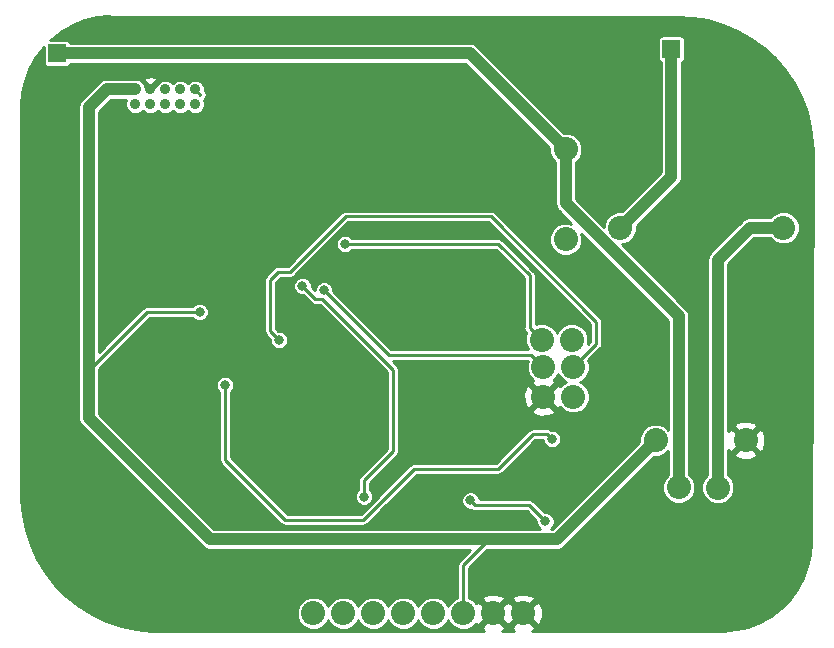
<source format=gbr>
G04 #@! TF.GenerationSoftware,KiCad,Pcbnew,(5.0.2)-1*
G04 #@! TF.CreationDate,2018-12-26T19:39:09+05:30*
G04 #@! TF.ProjectId,Air Pollution,41697220-506f-46c6-9c75-74696f6e2e6b,rev?*
G04 #@! TF.SameCoordinates,Original*
G04 #@! TF.FileFunction,Copper,L1,Top*
G04 #@! TF.FilePolarity,Positive*
%FSLAX46Y46*%
G04 Gerber Fmt 4.6, Leading zero omitted, Abs format (unit mm)*
G04 Created by KiCad (PCBNEW (5.0.2)-1) date 12/26/2018 7:39:09 PM*
%MOMM*%
%LPD*%
G01*
G04 APERTURE LIST*
G04 #@! TA.AperFunction,ComponentPad*
%ADD10C,2.040000*%
G04 #@! TD*
G04 #@! TA.AperFunction,SMDPad,CuDef*
%ADD11R,1.524000X1.524000*%
G04 #@! TD*
G04 #@! TA.AperFunction,ComponentPad*
%ADD12C,0.900000*%
G04 #@! TD*
G04 #@! TA.AperFunction,ViaPad*
%ADD13C,0.800000*%
G04 #@! TD*
G04 #@! TA.AperFunction,Conductor*
%ADD14C,0.250000*%
G04 #@! TD*
G04 #@! TA.AperFunction,Conductor*
%ADD15C,1.016000*%
G04 #@! TD*
G04 #@! TA.AperFunction,Conductor*
%ADD16C,0.254000*%
G04 #@! TD*
G04 APERTURE END LIST*
D10*
G04 #@! TO.P,U3,3*
G04 #@! TO.N,GNDREF*
X161671000Y-93345000D03*
G04 #@! TO.P,U3,4*
G04 #@! TO.N,Net-(U3-Pad4)*
X154051000Y-93345000D03*
G04 #@! TO.P,U3,2*
G04 #@! TO.N,Net-(U1-Pad1)*
X151061000Y-75345000D03*
G04 #@! TO.P,U3,1*
G04 #@! TO.N,Net-(R1-Pad2)*
X164861000Y-75345000D03*
G04 #@! TD*
D11*
G04 #@! TO.P,U2,1*
G04 #@! TO.N,Net-(SW1-Pad1)*
X103378000Y-60579000D03*
G04 #@! TO.P,U2,2*
G04 #@! TO.N,Net-(U1-Pad1)*
X155378000Y-60198000D03*
G04 #@! TD*
D10*
G04 #@! TO.P,U1,1*
G04 #@! TO.N,Net-(U1-Pad1)*
X146431000Y-76327000D03*
G04 #@! TO.P,U1,2*
G04 #@! TO.N,Net-(SW1-Pad1)*
X146431000Y-68707000D03*
G04 #@! TD*
D12*
G04 #@! TO.P,U7,9*
G04 #@! TO.N,Net-(U4-Pad14)*
X115062000Y-63627000D03*
G04 #@! TO.P,U7,7*
G04 #@! TO.N,Net-(U7-Pad7)*
X113792000Y-63627000D03*
G04 #@! TO.P,U7,4*
G04 #@! TO.N,Net-(U7-Pad4)*
X111252000Y-64897000D03*
G04 #@! TO.P,U7,1*
G04 #@! TO.N,Net-(U3-Pad4)*
X109982000Y-63627000D03*
G04 #@! TO.P,U7,6*
G04 #@! TO.N,Net-(U7-Pad6)*
X112522000Y-64897000D03*
G04 #@! TO.P,U7,10*
G04 #@! TO.N,Net-(U7-Pad10)*
X115062000Y-64897000D03*
G04 #@! TO.P,U7,3*
G04 #@! TO.N,GNDREF*
X111252000Y-63627000D03*
G04 #@! TO.P,U7,5*
G04 #@! TO.N,Net-(U7-Pad5)*
X112522000Y-63627000D03*
G04 #@! TO.P,U7,2*
G04 #@! TO.N,Net-(U7-Pad2)*
X109982000Y-64897000D03*
G04 #@! TO.P,U7,8*
G04 #@! TO.N,Net-(U7-Pad8)*
X113792000Y-64897000D03*
G04 #@! TD*
D10*
G04 #@! TO.P,U6,1*
G04 #@! TO.N,Net-(U4-Pad16)*
X144399000Y-84821900D03*
G04 #@! TO.P,U6,4*
G04 #@! TO.N,Net-(U4-Pad29)*
X147066000Y-87122000D03*
G04 #@! TO.P,U6,3*
G04 #@! TO.N,Net-(U4-Pad17)*
X144526000Y-87122000D03*
G04 #@! TO.P,U6,2*
G04 #@! TO.N,Net-(U4-Pad15)*
X146939000Y-84821900D03*
G04 #@! TO.P,U6,5*
G04 #@! TO.N,GNDREF*
X144526000Y-89662000D03*
G04 #@! TO.P,U6,6*
G04 #@! TO.N,Net-(R2-Pad2)*
X147066000Y-89662000D03*
G04 #@! TD*
G04 #@! TO.P,SW1,2*
G04 #@! TO.N,Net-(R1-Pad2)*
X159321500Y-97358200D03*
G04 #@! TO.P,SW1,1*
G04 #@! TO.N,Net-(SW1-Pad1)*
X156006800Y-97332800D03*
G04 #@! TD*
G04 #@! TO.P,U5,1*
G04 #@! TO.N,Net-(U4-Pad11)*
X125064000Y-107982000D03*
G04 #@! TO.P,U5,2*
G04 #@! TO.N,Net-(U4-Pad10)*
X127604000Y-107982000D03*
G04 #@! TO.P,U5,3*
G04 #@! TO.N,Net-(U4-Pad9)*
X130144000Y-107982000D03*
G04 #@! TO.P,U5,4*
G04 #@! TO.N,Net-(U4-Pad13)*
X132684000Y-107982000D03*
G04 #@! TO.P,U5,5*
G04 #@! TO.N,Net-(U4-Pad12)*
X135224000Y-107982000D03*
G04 #@! TO.P,U5,6*
G04 #@! TO.N,Net-(U3-Pad4)*
X137764000Y-107982000D03*
G04 #@! TO.P,U5,7*
G04 #@! TO.N,GNDREF*
X140304000Y-107982000D03*
G04 #@! TO.P,U5,8*
X142844000Y-107982000D03*
G04 #@! TD*
D13*
G04 #@! TO.N,GNDREF*
X112458500Y-73533000D03*
X147955000Y-91630500D03*
X122936000Y-83312000D03*
X125476000Y-82804000D03*
G04 #@! TO.N,Net-(R1-Pad2)*
X144716500Y-100203000D03*
X138366500Y-98425000D03*
G04 #@! TO.N,Net-(U4-Pad13)*
X129349500Y-98107500D03*
X124142500Y-80264000D03*
G04 #@! TO.N,Net-(U4-Pad16)*
X127762000Y-76708000D03*
G04 #@! TO.N,Net-(U4-Pad17)*
X125984000Y-80645000D03*
G04 #@! TO.N,Net-(U4-Pad29)*
X122174000Y-84836000D03*
G04 #@! TO.N,Net-(U3-Pad4)*
X115443000Y-82486500D03*
G04 #@! TO.N,Net-(R2-Pad1)*
X117602000Y-88646000D03*
X145288000Y-93218000D03*
G04 #@! TD*
D14*
G04 #@! TO.N,GNDREF*
X112458500Y-73533000D02*
X112458500Y-73533000D01*
X150177500Y-82613500D02*
X150177500Y-89408000D01*
X150177500Y-89408000D02*
X147955000Y-91630500D01*
X147955000Y-91630500D02*
X147955000Y-91630500D01*
X124968000Y-83312000D02*
X125476000Y-82804000D01*
X122936000Y-83312000D02*
X124968000Y-83312000D01*
X113619280Y-72372220D02*
X112458500Y-73533000D01*
X112649000Y-62230000D02*
X116141500Y-62230000D01*
X111252000Y-63627000D02*
X112649000Y-62230000D01*
X116141500Y-62230000D02*
X117665500Y-63754000D01*
X117665500Y-63754000D02*
X117665500Y-65021460D01*
X117665500Y-65021460D02*
X113619280Y-69067680D01*
X113619280Y-69067680D02*
X113619280Y-72372220D01*
X113024185Y-73533000D02*
X113496625Y-74005440D01*
X112458500Y-73533000D02*
X113024185Y-73533000D01*
X113496625Y-74005440D02*
X117541040Y-74005440D01*
X141467840Y-73903840D02*
X141518640Y-73954640D01*
X117642640Y-73903840D02*
X141467840Y-73903840D01*
X117541040Y-74005440D02*
X117642640Y-73903840D01*
X141518640Y-73954640D02*
X150177500Y-82613500D01*
D15*
G04 #@! TO.N,Net-(R1-Pad2)*
X159321500Y-97358200D02*
X159321500Y-78041500D01*
X162018000Y-75345000D02*
X164861000Y-75345000D01*
X159321500Y-78041500D02*
X162018000Y-75345000D01*
D14*
X143388080Y-98874580D02*
X144843500Y-100330000D01*
X143338499Y-98824999D02*
X143388080Y-98874580D01*
X138766499Y-98824999D02*
X143338499Y-98824999D01*
X138366500Y-98425000D02*
X138766499Y-98824999D01*
D15*
G04 #@! TO.N,Net-(SW1-Pad1)*
X138303000Y-60579000D02*
X146431000Y-68707000D01*
X103378000Y-60579000D02*
X138303000Y-60579000D01*
X156006800Y-95890303D02*
X156006800Y-97332800D01*
X156006800Y-82848242D02*
X156006800Y-95890303D01*
X146431000Y-73272442D02*
X156006800Y-82848242D01*
X146431000Y-68707000D02*
X146431000Y-73272442D01*
G04 #@! TO.N,Net-(U1-Pad1)*
X155378000Y-71028000D02*
X155378000Y-60198000D01*
X151061000Y-75345000D02*
X155378000Y-71028000D01*
D14*
G04 #@! TO.N,Net-(U4-Pad13)*
X124142500Y-80264000D02*
X124142500Y-80264000D01*
X125820001Y-81370001D02*
X131826000Y-87376000D01*
X124142500Y-80264000D02*
X125248501Y-81370001D01*
X125248501Y-81370001D02*
X125820001Y-81370001D01*
X131826000Y-92598240D02*
X131826000Y-94254320D01*
X131826000Y-92598240D02*
X131826000Y-92740480D01*
X131826000Y-87376000D02*
X131826000Y-92598240D01*
X129349500Y-96730820D02*
X129349500Y-98107500D01*
X131826000Y-94254320D02*
X129349500Y-96730820D01*
G04 #@! TO.N,Net-(U4-Pad14)*
X115062000Y-63627000D02*
X115511999Y-64076999D01*
G04 #@! TO.N,Net-(U4-Pad15)*
X146939000Y-84821900D02*
X146389602Y-84821900D01*
G04 #@! TO.N,Net-(U4-Pad16)*
X127762000Y-76708000D02*
X127762000Y-76708000D01*
X143379001Y-83801901D02*
X144399000Y-84821900D01*
X143379001Y-79371001D02*
X143379001Y-83801901D01*
X140716000Y-76708000D02*
X143379001Y-79371001D01*
X127762000Y-76708000D02*
X140716000Y-76708000D01*
G04 #@! TO.N,Net-(U4-Pad17)*
X144526000Y-86685502D02*
X144399000Y-86558502D01*
X144526000Y-87122000D02*
X144526000Y-86685502D01*
X143506001Y-86102001D02*
X138997501Y-86102001D01*
X144526000Y-87122000D02*
X143506001Y-86102001D01*
X138997501Y-86102001D02*
X131441001Y-86102001D01*
X131441001Y-86102001D02*
X125984000Y-80645000D01*
X125984000Y-80645000D02*
X125984000Y-80645000D01*
G04 #@! TO.N,Net-(U4-Pad29)*
X149034500Y-85153500D02*
X149034500Y-83312000D01*
X147066000Y-87122000D02*
X149034500Y-85153500D01*
X149034500Y-83312000D02*
X140081000Y-74358500D01*
X140081000Y-74358500D02*
X127825500Y-74358500D01*
X127825500Y-74358500D02*
X123126500Y-79057500D01*
X123126500Y-79057500D02*
X122110500Y-79057500D01*
X122110500Y-79057500D02*
X121412000Y-79756000D01*
X121412000Y-79756000D02*
X121412000Y-82232500D01*
X121412000Y-82232500D02*
X121412000Y-84074000D01*
X121412000Y-84074000D02*
X122174000Y-84836000D01*
X122174000Y-84836000D02*
X122174000Y-84836000D01*
D15*
G04 #@! TO.N,Net-(U3-Pad4)*
X109982000Y-63627000D02*
X109345604Y-63627000D01*
X116332000Y-101727000D02*
X106045000Y-91440000D01*
X107569000Y-63627000D02*
X109982000Y-63627000D01*
X106045000Y-65151000D02*
X107569000Y-63627000D01*
D14*
X106045000Y-87058500D02*
X106426000Y-87058500D01*
D15*
X106045000Y-87058500D02*
X106045000Y-65151000D01*
X106045000Y-91440000D02*
X106045000Y-87058500D01*
D14*
X106426000Y-87058500D02*
X110998000Y-82486500D01*
X110998000Y-82486500D02*
X115443000Y-82486500D01*
X115443000Y-82486500D02*
X115570000Y-82486500D01*
D15*
X153031001Y-94364999D02*
X154051000Y-93345000D01*
X144272000Y-101727000D02*
X145669000Y-101727000D01*
X144272000Y-101727000D02*
X140335000Y-101727000D01*
X145542000Y-101727000D02*
X144272000Y-101727000D01*
X145669000Y-101727000D02*
X153031001Y-94364999D01*
D14*
X137764000Y-103937320D02*
X139974320Y-101727000D01*
X137764000Y-107982000D02*
X137764000Y-103937320D01*
D15*
X140335000Y-101727000D02*
X139974320Y-101727000D01*
X139974320Y-101727000D02*
X116332000Y-101727000D01*
D14*
G04 #@! TO.N,Net-(R2-Pad1)*
X133604000Y-95758000D02*
X130529499Y-98832501D01*
X130529499Y-98832501D02*
X129286000Y-100076000D01*
X129286000Y-100076000D02*
X122682000Y-100076000D01*
X122682000Y-100076000D02*
X117602000Y-94996000D01*
X117602000Y-94996000D02*
X117602000Y-88646000D01*
X117602000Y-88646000D02*
X117602000Y-88646000D01*
X143655999Y-92818001D02*
X140716000Y-95758000D01*
X144888001Y-92818001D02*
X143655999Y-92818001D01*
X145288000Y-93218000D02*
X144888001Y-92818001D01*
X140716000Y-95758000D02*
X133604000Y-95758000D01*
G04 #@! TD*
D16*
G04 #@! TO.N,GNDREF*
G36*
X107851828Y-57463000D02*
X155804897Y-57463000D01*
X155811641Y-57463996D01*
X155826712Y-57465102D01*
X157176975Y-57542958D01*
X158482037Y-57770727D01*
X159752258Y-58146984D01*
X160970813Y-58666742D01*
X162121560Y-59323115D01*
X163189234Y-60107400D01*
X164159696Y-61009208D01*
X165020069Y-62016574D01*
X165758959Y-63116159D01*
X166366569Y-64293382D01*
X166834846Y-65532643D01*
X167157580Y-66817500D01*
X167331158Y-68135955D01*
X167356095Y-68816031D01*
X167344436Y-68873198D01*
X167184177Y-101949842D01*
X167188344Y-101971332D01*
X167118784Y-102962934D01*
X166895170Y-104004881D01*
X166526974Y-105004929D01*
X166021549Y-105943110D01*
X165388970Y-106800725D01*
X164641864Y-107560650D01*
X163795134Y-108207728D01*
X162865684Y-108729042D01*
X161872049Y-109114195D01*
X160834065Y-109355501D01*
X159758162Y-109449392D01*
X159595792Y-109450206D01*
X159595676Y-109450215D01*
X143620364Y-109463461D01*
X143730284Y-109417931D01*
X143831395Y-109149001D01*
X142844000Y-108161605D01*
X141856605Y-109149001D01*
X141957716Y-109417931D01*
X142083344Y-109464736D01*
X141075269Y-109465572D01*
X141190284Y-109417931D01*
X141291395Y-109149001D01*
X140304000Y-108161605D01*
X139316605Y-109149001D01*
X139417716Y-109417931D01*
X139548984Y-109466837D01*
X111420630Y-109490161D01*
X111417265Y-109489519D01*
X111402254Y-109487782D01*
X110056427Y-109353450D01*
X108762061Y-109071234D01*
X107508708Y-108642114D01*
X106312973Y-108071779D01*
X105190735Y-107367799D01*
X104156835Y-106539490D01*
X103224992Y-105597839D01*
X102407556Y-104555323D01*
X101715360Y-103425762D01*
X101157583Y-102224136D01*
X100741609Y-100966347D01*
X100472963Y-99669102D01*
X100354300Y-98339508D01*
X100350145Y-98075035D01*
X100357000Y-98040573D01*
X100357000Y-64960132D01*
X100429419Y-63927766D01*
X100653030Y-62885825D01*
X101021229Y-61885771D01*
X101526654Y-60947590D01*
X102159233Y-60089975D01*
X102227536Y-60020500D01*
X102227536Y-61341000D01*
X102257106Y-61489659D01*
X102341314Y-61615686D01*
X102467341Y-61699894D01*
X102616000Y-61729464D01*
X104140000Y-61729464D01*
X104288659Y-61699894D01*
X104414686Y-61615686D01*
X104498894Y-61489659D01*
X104503202Y-61468000D01*
X137934765Y-61468000D01*
X145030000Y-68563236D01*
X145030000Y-68985676D01*
X145243290Y-69500603D01*
X145542000Y-69799313D01*
X145542001Y-73184883D01*
X145524584Y-73272442D01*
X145593582Y-73619312D01*
X145790068Y-73913375D01*
X145864294Y-73962971D01*
X146910512Y-75009189D01*
X146709676Y-74926000D01*
X146152324Y-74926000D01*
X145637397Y-75139290D01*
X145243290Y-75533397D01*
X145030000Y-76048324D01*
X145030000Y-76605676D01*
X145243290Y-77120603D01*
X145637397Y-77514710D01*
X146152324Y-77728000D01*
X146709676Y-77728000D01*
X147224603Y-77514710D01*
X147618710Y-77120603D01*
X147832000Y-76605676D01*
X147832000Y-76048324D01*
X147748811Y-75847488D01*
X155117800Y-83216478D01*
X155117801Y-92430488D01*
X154844603Y-92157290D01*
X154329676Y-91944000D01*
X153772324Y-91944000D01*
X153257397Y-92157290D01*
X152863290Y-92551397D01*
X152650000Y-93066324D01*
X152650000Y-93488765D01*
X152464297Y-93674468D01*
X152464294Y-93674470D01*
X145300765Y-100838000D01*
X145186001Y-100838000D01*
X145378600Y-100645401D01*
X145497500Y-100358351D01*
X145497500Y-100047649D01*
X145378600Y-99760599D01*
X145158901Y-99540900D01*
X144871851Y-99422000D01*
X144651092Y-99422000D01*
X143731538Y-98502447D01*
X143703305Y-98460193D01*
X143535930Y-98348358D01*
X143388334Y-98318999D01*
X143388333Y-98318999D01*
X143338499Y-98309086D01*
X143288665Y-98318999D01*
X139147500Y-98318999D01*
X139147500Y-98269649D01*
X139028600Y-97982599D01*
X138808901Y-97762900D01*
X138521851Y-97644000D01*
X138211149Y-97644000D01*
X137924099Y-97762900D01*
X137704400Y-97982599D01*
X137585500Y-98269649D01*
X137585500Y-98580351D01*
X137704400Y-98867401D01*
X137924099Y-99087100D01*
X138211149Y-99206000D01*
X138425931Y-99206000D01*
X138569068Y-99301640D01*
X138716664Y-99330999D01*
X138766498Y-99340912D01*
X138816332Y-99330999D01*
X143128908Y-99330999D01*
X143935500Y-100137592D01*
X143935500Y-100358351D01*
X144054400Y-100645401D01*
X144246999Y-100838000D01*
X116700236Y-100838000D01*
X106934000Y-91071765D01*
X106934000Y-88490649D01*
X116821000Y-88490649D01*
X116821000Y-88801351D01*
X116939900Y-89088401D01*
X117096001Y-89244502D01*
X117096000Y-94946166D01*
X117086087Y-94996000D01*
X117096000Y-95045834D01*
X117125359Y-95193430D01*
X117237194Y-95360806D01*
X117279448Y-95389039D01*
X122288963Y-100398555D01*
X122317194Y-100440806D01*
X122484569Y-100552641D01*
X122632165Y-100582000D01*
X122632166Y-100582000D01*
X122682000Y-100591913D01*
X122731834Y-100582000D01*
X129236166Y-100582000D01*
X129286000Y-100591913D01*
X129335834Y-100582000D01*
X129335835Y-100582000D01*
X129483431Y-100552641D01*
X129650806Y-100440806D01*
X129679038Y-100398553D01*
X130922533Y-99155059D01*
X130922535Y-99155056D01*
X133813592Y-96264000D01*
X140666166Y-96264000D01*
X140716000Y-96273913D01*
X140765834Y-96264000D01*
X140765835Y-96264000D01*
X140913431Y-96234641D01*
X141080806Y-96122806D01*
X141109039Y-96080552D01*
X143865591Y-93324001D01*
X144507000Y-93324001D01*
X144507000Y-93373351D01*
X144625900Y-93660401D01*
X144845599Y-93880100D01*
X145132649Y-93999000D01*
X145443351Y-93999000D01*
X145730401Y-93880100D01*
X145950100Y-93660401D01*
X146069000Y-93373351D01*
X146069000Y-93062649D01*
X145950100Y-92775599D01*
X145730401Y-92555900D01*
X145443351Y-92437000D01*
X145228569Y-92437000D01*
X145085432Y-92341360D01*
X144937836Y-92312001D01*
X144937835Y-92312001D01*
X144888001Y-92302088D01*
X144838167Y-92312001D01*
X143705832Y-92312001D01*
X143655998Y-92302088D01*
X143606164Y-92312001D01*
X143458568Y-92341360D01*
X143291193Y-92453195D01*
X143262962Y-92495446D01*
X140506409Y-95252000D01*
X133653833Y-95252000D01*
X133603999Y-95242087D01*
X133554165Y-95252000D01*
X133406569Y-95281359D01*
X133239194Y-95393194D01*
X133210963Y-95435445D01*
X130206944Y-98439465D01*
X130206941Y-98439467D01*
X129076409Y-99570000D01*
X122891592Y-99570000D01*
X118108000Y-94786409D01*
X118108000Y-89244501D01*
X118264100Y-89088401D01*
X118383000Y-88801351D01*
X118383000Y-88490649D01*
X118264100Y-88203599D01*
X118044401Y-87983900D01*
X117757351Y-87865000D01*
X117446649Y-87865000D01*
X117159599Y-87983900D01*
X116939900Y-88203599D01*
X116821000Y-88490649D01*
X106934000Y-88490649D01*
X106934000Y-87266091D01*
X111207592Y-82992500D01*
X114844499Y-82992500D01*
X115000599Y-83148600D01*
X115287649Y-83267500D01*
X115598351Y-83267500D01*
X115885401Y-83148600D01*
X116105100Y-82928901D01*
X116224000Y-82641851D01*
X116224000Y-82331149D01*
X116105100Y-82044099D01*
X115885401Y-81824400D01*
X115598351Y-81705500D01*
X115287649Y-81705500D01*
X115000599Y-81824400D01*
X114844499Y-81980500D01*
X111047833Y-81980500D01*
X110997999Y-81970587D01*
X110948165Y-81980500D01*
X110800569Y-82009859D01*
X110633194Y-82121694D01*
X110604963Y-82163945D01*
X106934000Y-85834909D01*
X106934000Y-79756000D01*
X120896087Y-79756000D01*
X120906000Y-79805834D01*
X120906001Y-82182661D01*
X120906000Y-82182666D01*
X120906001Y-84024161D01*
X120896087Y-84074000D01*
X120935360Y-84271431D01*
X121047195Y-84438806D01*
X121089445Y-84467036D01*
X121393000Y-84770591D01*
X121393000Y-84991351D01*
X121511900Y-85278401D01*
X121731599Y-85498100D01*
X122018649Y-85617000D01*
X122329351Y-85617000D01*
X122616401Y-85498100D01*
X122836100Y-85278401D01*
X122955000Y-84991351D01*
X122955000Y-84680649D01*
X122836100Y-84393599D01*
X122616401Y-84173900D01*
X122329351Y-84055000D01*
X122108591Y-84055000D01*
X121918000Y-83864409D01*
X121918000Y-79965591D01*
X122320092Y-79563500D01*
X123076666Y-79563500D01*
X123126500Y-79573413D01*
X123176334Y-79563500D01*
X123176335Y-79563500D01*
X123323931Y-79534141D01*
X123491306Y-79422306D01*
X123519539Y-79380052D01*
X128035093Y-74864500D01*
X139871409Y-74864500D01*
X148528501Y-83521593D01*
X148528500Y-84943908D01*
X148317491Y-85154917D01*
X148340000Y-85100576D01*
X148340000Y-84543224D01*
X148126710Y-84028297D01*
X147732603Y-83634190D01*
X147217676Y-83420900D01*
X146660324Y-83420900D01*
X146145397Y-83634190D01*
X145751290Y-84028297D01*
X145669000Y-84226962D01*
X145586710Y-84028297D01*
X145192603Y-83634190D01*
X144677676Y-83420900D01*
X144120324Y-83420900D01*
X143885001Y-83518374D01*
X143885001Y-79420834D01*
X143894914Y-79371000D01*
X143868873Y-79240087D01*
X143855642Y-79173570D01*
X143743807Y-79006195D01*
X143701557Y-78977965D01*
X141109039Y-76385448D01*
X141080806Y-76343194D01*
X140913431Y-76231359D01*
X140765835Y-76202000D01*
X140765834Y-76202000D01*
X140716000Y-76192087D01*
X140666166Y-76202000D01*
X128360501Y-76202000D01*
X128204401Y-76045900D01*
X127917351Y-75927000D01*
X127606649Y-75927000D01*
X127319599Y-76045900D01*
X127099900Y-76265599D01*
X126981000Y-76552649D01*
X126981000Y-76863351D01*
X127099900Y-77150401D01*
X127319599Y-77370100D01*
X127606649Y-77489000D01*
X127917351Y-77489000D01*
X128204401Y-77370100D01*
X128360501Y-77214000D01*
X140506409Y-77214000D01*
X142873001Y-79580593D01*
X142873002Y-83752062D01*
X142863088Y-83801901D01*
X142902361Y-83999332D01*
X143014196Y-84166707D01*
X143056446Y-84194937D01*
X143117129Y-84255621D01*
X142998000Y-84543224D01*
X142998000Y-85100576D01*
X143203212Y-85596001D01*
X131650593Y-85596001D01*
X126765000Y-80710409D01*
X126765000Y-80489649D01*
X126646100Y-80202599D01*
X126426401Y-79982900D01*
X126139351Y-79864000D01*
X125828649Y-79864000D01*
X125541599Y-79982900D01*
X125321900Y-80202599D01*
X125203000Y-80489649D01*
X125203000Y-80608908D01*
X124923500Y-80329409D01*
X124923500Y-80108649D01*
X124804600Y-79821599D01*
X124584901Y-79601900D01*
X124297851Y-79483000D01*
X123987149Y-79483000D01*
X123700099Y-79601900D01*
X123480400Y-79821599D01*
X123361500Y-80108649D01*
X123361500Y-80419351D01*
X123480400Y-80706401D01*
X123700099Y-80926100D01*
X123987149Y-81045000D01*
X124207909Y-81045000D01*
X124855464Y-81692556D01*
X124883695Y-81734807D01*
X124996282Y-81810034D01*
X125051069Y-81846642D01*
X125248501Y-81885914D01*
X125298336Y-81876001D01*
X125610410Y-81876001D01*
X131320000Y-87585592D01*
X131320001Y-92548401D01*
X131320000Y-92548406D01*
X131320001Y-94044727D01*
X129026948Y-96337781D01*
X128984694Y-96366014D01*
X128872859Y-96533390D01*
X128844014Y-96678400D01*
X128833587Y-96730820D01*
X128843500Y-96780654D01*
X128843501Y-97508998D01*
X128687400Y-97665099D01*
X128568500Y-97952149D01*
X128568500Y-98262851D01*
X128687400Y-98549901D01*
X128907099Y-98769600D01*
X129194149Y-98888500D01*
X129504851Y-98888500D01*
X129791901Y-98769600D01*
X130011600Y-98549901D01*
X130130500Y-98262851D01*
X130130500Y-97952149D01*
X130011600Y-97665099D01*
X129855500Y-97508999D01*
X129855500Y-96940411D01*
X132148555Y-94647357D01*
X132190806Y-94619126D01*
X132302641Y-94451751D01*
X132332000Y-94304155D01*
X132332000Y-94304154D01*
X132341913Y-94254320D01*
X132332000Y-94204486D01*
X132332000Y-90829001D01*
X143538605Y-90829001D01*
X143639716Y-91097931D01*
X144256687Y-91327794D01*
X144914659Y-91304054D01*
X145412284Y-91097931D01*
X145513395Y-90829001D01*
X144526000Y-89841605D01*
X143538605Y-90829001D01*
X132332000Y-90829001D01*
X132332000Y-89392687D01*
X142860206Y-89392687D01*
X142883946Y-90050659D01*
X143090069Y-90548284D01*
X143358999Y-90649395D01*
X144346395Y-89662000D01*
X143358999Y-88674605D01*
X143090069Y-88775716D01*
X142860206Y-89392687D01*
X132332000Y-89392687D01*
X132332000Y-87425833D01*
X132341913Y-87375999D01*
X132331486Y-87323579D01*
X132302641Y-87178569D01*
X132190806Y-87011194D01*
X132148556Y-86982964D01*
X131773593Y-86608001D01*
X143222474Y-86608001D01*
X143125000Y-86843324D01*
X143125000Y-87400676D01*
X143338290Y-87915603D01*
X143646108Y-88223421D01*
X143639716Y-88226069D01*
X143538605Y-88494999D01*
X144526000Y-89482395D01*
X145513395Y-88494999D01*
X145412284Y-88226069D01*
X145405698Y-88223615D01*
X145713710Y-87915603D01*
X145796000Y-87716938D01*
X145878290Y-87915603D01*
X146272397Y-88309710D01*
X146471062Y-88392000D01*
X146272397Y-88474290D01*
X145964579Y-88782108D01*
X145961931Y-88775716D01*
X145693001Y-88674605D01*
X144705605Y-89662000D01*
X145693001Y-90649395D01*
X145961931Y-90548284D01*
X145964385Y-90541698D01*
X146272397Y-90849710D01*
X146787324Y-91063000D01*
X147344676Y-91063000D01*
X147859603Y-90849710D01*
X148253710Y-90455603D01*
X148467000Y-89940676D01*
X148467000Y-89383324D01*
X148253710Y-88868397D01*
X147859603Y-88474290D01*
X147660938Y-88392000D01*
X147859603Y-88309710D01*
X148253710Y-87915603D01*
X148467000Y-87400676D01*
X148467000Y-86843324D01*
X148347871Y-86555721D01*
X149357056Y-85546536D01*
X149399306Y-85518306D01*
X149511141Y-85350931D01*
X149540500Y-85203335D01*
X149540500Y-85203334D01*
X149550413Y-85153501D01*
X149540500Y-85103667D01*
X149540500Y-83361833D01*
X149550413Y-83311999D01*
X149517910Y-83148600D01*
X149511141Y-83114569D01*
X149399306Y-82947194D01*
X149357055Y-82918963D01*
X140474039Y-74035948D01*
X140445806Y-73993694D01*
X140278431Y-73881859D01*
X140130835Y-73852500D01*
X140130834Y-73852500D01*
X140081000Y-73842587D01*
X140031166Y-73852500D01*
X127875335Y-73852500D01*
X127825500Y-73842587D01*
X127775665Y-73852500D01*
X127628069Y-73881859D01*
X127460694Y-73993694D01*
X127432465Y-74035942D01*
X122916909Y-78551500D01*
X122160333Y-78551500D01*
X122110499Y-78541587D01*
X122060665Y-78551500D01*
X121913069Y-78580859D01*
X121745694Y-78692694D01*
X121717463Y-78734945D01*
X121089447Y-79362962D01*
X121047194Y-79391194D01*
X120935359Y-79558570D01*
X120906514Y-79703580D01*
X120896087Y-79756000D01*
X106934000Y-79756000D01*
X106934000Y-65519235D01*
X107937236Y-64516000D01*
X109240347Y-64516000D01*
X109151000Y-64731704D01*
X109151000Y-65062296D01*
X109277512Y-65367724D01*
X109511276Y-65601488D01*
X109816704Y-65728000D01*
X110147296Y-65728000D01*
X110452724Y-65601488D01*
X110617000Y-65437212D01*
X110781276Y-65601488D01*
X111086704Y-65728000D01*
X111417296Y-65728000D01*
X111722724Y-65601488D01*
X111887000Y-65437212D01*
X112051276Y-65601488D01*
X112356704Y-65728000D01*
X112687296Y-65728000D01*
X112992724Y-65601488D01*
X113157000Y-65437212D01*
X113321276Y-65601488D01*
X113626704Y-65728000D01*
X113957296Y-65728000D01*
X114262724Y-65601488D01*
X114427000Y-65437212D01*
X114591276Y-65601488D01*
X114896704Y-65728000D01*
X115227296Y-65728000D01*
X115532724Y-65601488D01*
X115766488Y-65367724D01*
X115893000Y-65062296D01*
X115893000Y-64731704D01*
X115795439Y-64496170D01*
X115876804Y-64441804D01*
X115988640Y-64274430D01*
X116027912Y-64076999D01*
X115988640Y-63879567D01*
X115905033Y-63754441D01*
X115893000Y-63742408D01*
X115893000Y-63461704D01*
X115766488Y-63156276D01*
X115532724Y-62922512D01*
X115227296Y-62796000D01*
X114896704Y-62796000D01*
X114591276Y-62922512D01*
X114427000Y-63086788D01*
X114262724Y-62922512D01*
X113957296Y-62796000D01*
X113626704Y-62796000D01*
X113321276Y-62922512D01*
X113157000Y-63086788D01*
X112992724Y-62922512D01*
X112687296Y-62796000D01*
X112356704Y-62796000D01*
X112051276Y-62922512D01*
X111817512Y-63156276D01*
X111757538Y-63301067D01*
X111431605Y-63627000D01*
X111445748Y-63641143D01*
X111266143Y-63820748D01*
X111252000Y-63806605D01*
X111237858Y-63820748D01*
X111058253Y-63641143D01*
X111072395Y-63627000D01*
X110842733Y-63397338D01*
X110819419Y-63280130D01*
X110622933Y-62986067D01*
X110454098Y-62873255D01*
X110677860Y-62873255D01*
X111252000Y-63447395D01*
X111826140Y-62873255D01*
X111795197Y-62663288D01*
X111385052Y-62528774D01*
X110954651Y-62561454D01*
X110708803Y-62663288D01*
X110677860Y-62873255D01*
X110454098Y-62873255D01*
X110328870Y-62789581D01*
X110069556Y-62738000D01*
X107656550Y-62738000D01*
X107568999Y-62720585D01*
X107481448Y-62738000D01*
X107481444Y-62738000D01*
X107222130Y-62789581D01*
X106928067Y-62986067D01*
X106878471Y-63060293D01*
X105478294Y-64460471D01*
X105404068Y-64510067D01*
X105354472Y-64584293D01*
X105354471Y-64584294D01*
X105207582Y-64804130D01*
X105138584Y-65151000D01*
X105156001Y-65238560D01*
X105156000Y-87146055D01*
X105156001Y-87146060D01*
X105156000Y-91352445D01*
X105138584Y-91440000D01*
X105156000Y-91527555D01*
X105207581Y-91786869D01*
X105404067Y-92080933D01*
X105478296Y-92130531D01*
X115641471Y-102293707D01*
X115691067Y-102367933D01*
X115985130Y-102564419D01*
X116244444Y-102616000D01*
X116244445Y-102616000D01*
X116332000Y-102633416D01*
X116419555Y-102616000D01*
X138369728Y-102616000D01*
X137441445Y-103544284D01*
X137399195Y-103572514D01*
X137323779Y-103685384D01*
X137287360Y-103739889D01*
X137248087Y-103937320D01*
X137258001Y-103987159D01*
X137258000Y-106675161D01*
X136970397Y-106794290D01*
X136576290Y-107188397D01*
X136494000Y-107387062D01*
X136411710Y-107188397D01*
X136017603Y-106794290D01*
X135502676Y-106581000D01*
X134945324Y-106581000D01*
X134430397Y-106794290D01*
X134036290Y-107188397D01*
X133954000Y-107387062D01*
X133871710Y-107188397D01*
X133477603Y-106794290D01*
X132962676Y-106581000D01*
X132405324Y-106581000D01*
X131890397Y-106794290D01*
X131496290Y-107188397D01*
X131414000Y-107387062D01*
X131331710Y-107188397D01*
X130937603Y-106794290D01*
X130422676Y-106581000D01*
X129865324Y-106581000D01*
X129350397Y-106794290D01*
X128956290Y-107188397D01*
X128874000Y-107387062D01*
X128791710Y-107188397D01*
X128397603Y-106794290D01*
X127882676Y-106581000D01*
X127325324Y-106581000D01*
X126810397Y-106794290D01*
X126416290Y-107188397D01*
X126334000Y-107387062D01*
X126251710Y-107188397D01*
X125857603Y-106794290D01*
X125342676Y-106581000D01*
X124785324Y-106581000D01*
X124270397Y-106794290D01*
X123876290Y-107188397D01*
X123663000Y-107703324D01*
X123663000Y-108260676D01*
X123876290Y-108775603D01*
X124270397Y-109169710D01*
X124785324Y-109383000D01*
X125342676Y-109383000D01*
X125857603Y-109169710D01*
X126251710Y-108775603D01*
X126334000Y-108576938D01*
X126416290Y-108775603D01*
X126810397Y-109169710D01*
X127325324Y-109383000D01*
X127882676Y-109383000D01*
X128397603Y-109169710D01*
X128791710Y-108775603D01*
X128874000Y-108576938D01*
X128956290Y-108775603D01*
X129350397Y-109169710D01*
X129865324Y-109383000D01*
X130422676Y-109383000D01*
X130937603Y-109169710D01*
X131331710Y-108775603D01*
X131414000Y-108576938D01*
X131496290Y-108775603D01*
X131890397Y-109169710D01*
X132405324Y-109383000D01*
X132962676Y-109383000D01*
X133477603Y-109169710D01*
X133871710Y-108775603D01*
X133954000Y-108576938D01*
X134036290Y-108775603D01*
X134430397Y-109169710D01*
X134945324Y-109383000D01*
X135502676Y-109383000D01*
X136017603Y-109169710D01*
X136411710Y-108775603D01*
X136494000Y-108576938D01*
X136576290Y-108775603D01*
X136970397Y-109169710D01*
X137485324Y-109383000D01*
X138042676Y-109383000D01*
X138557603Y-109169710D01*
X138865421Y-108861892D01*
X138868069Y-108868284D01*
X139136999Y-108969395D01*
X140124395Y-107982000D01*
X140483605Y-107982000D01*
X141471001Y-108969395D01*
X141574000Y-108930670D01*
X141676999Y-108969395D01*
X142664395Y-107982000D01*
X143023605Y-107982000D01*
X144011001Y-108969395D01*
X144279931Y-108868284D01*
X144509794Y-108251313D01*
X144486054Y-107593341D01*
X144279931Y-107095716D01*
X144011001Y-106994605D01*
X143023605Y-107982000D01*
X142664395Y-107982000D01*
X141676999Y-106994605D01*
X141574000Y-107033330D01*
X141471001Y-106994605D01*
X140483605Y-107982000D01*
X140124395Y-107982000D01*
X139136999Y-106994605D01*
X138868069Y-107095716D01*
X138865615Y-107102302D01*
X138578312Y-106814999D01*
X139316605Y-106814999D01*
X140304000Y-107802395D01*
X141291395Y-106814999D01*
X141856605Y-106814999D01*
X142844000Y-107802395D01*
X143831395Y-106814999D01*
X143730284Y-106546069D01*
X143113313Y-106316206D01*
X142455341Y-106339946D01*
X141957716Y-106546069D01*
X141856605Y-106814999D01*
X141291395Y-106814999D01*
X141190284Y-106546069D01*
X140573313Y-106316206D01*
X139915341Y-106339946D01*
X139417716Y-106546069D01*
X139316605Y-106814999D01*
X138578312Y-106814999D01*
X138557603Y-106794290D01*
X138270000Y-106675161D01*
X138270000Y-104146911D01*
X139800913Y-102616000D01*
X145581445Y-102616000D01*
X145669000Y-102633416D01*
X145756555Y-102616000D01*
X145756556Y-102616000D01*
X146015870Y-102564419D01*
X146309933Y-102367933D01*
X146359531Y-102293704D01*
X153721530Y-94931706D01*
X153721532Y-94931703D01*
X153907235Y-94746000D01*
X154329676Y-94746000D01*
X154844603Y-94532710D01*
X155117801Y-94259512D01*
X155117801Y-95802743D01*
X155117800Y-95802748D01*
X155117800Y-96240487D01*
X154819090Y-96539197D01*
X154605800Y-97054124D01*
X154605800Y-97611476D01*
X154819090Y-98126403D01*
X155213197Y-98520510D01*
X155728124Y-98733800D01*
X156285476Y-98733800D01*
X156800403Y-98520510D01*
X157194510Y-98126403D01*
X157407800Y-97611476D01*
X157407800Y-97079524D01*
X157920500Y-97079524D01*
X157920500Y-97636876D01*
X158133790Y-98151803D01*
X158527897Y-98545910D01*
X159042824Y-98759200D01*
X159600176Y-98759200D01*
X160115103Y-98545910D01*
X160509210Y-98151803D01*
X160722500Y-97636876D01*
X160722500Y-97079524D01*
X160509210Y-96564597D01*
X160210500Y-96265887D01*
X160210500Y-94512001D01*
X160683605Y-94512001D01*
X160784716Y-94780931D01*
X161401687Y-95010794D01*
X162059659Y-94987054D01*
X162557284Y-94780931D01*
X162658395Y-94512001D01*
X161671000Y-93524605D01*
X160683605Y-94512001D01*
X160210500Y-94512001D01*
X160210500Y-94171969D01*
X160235069Y-94231284D01*
X160503999Y-94332395D01*
X161491395Y-93345000D01*
X161850605Y-93345000D01*
X162838001Y-94332395D01*
X163106931Y-94231284D01*
X163336794Y-93614313D01*
X163313054Y-92956341D01*
X163106931Y-92458716D01*
X162838001Y-92357605D01*
X161850605Y-93345000D01*
X161491395Y-93345000D01*
X160503999Y-92357605D01*
X160235069Y-92458716D01*
X160210500Y-92524661D01*
X160210500Y-92177999D01*
X160683605Y-92177999D01*
X161671000Y-93165395D01*
X162658395Y-92177999D01*
X162557284Y-91909069D01*
X161940313Y-91679206D01*
X161282341Y-91702946D01*
X160784716Y-91909069D01*
X160683605Y-92177999D01*
X160210500Y-92177999D01*
X160210500Y-78409735D01*
X162386236Y-76234000D01*
X163768687Y-76234000D01*
X164067397Y-76532710D01*
X164582324Y-76746000D01*
X165139676Y-76746000D01*
X165654603Y-76532710D01*
X166048710Y-76138603D01*
X166262000Y-75623676D01*
X166262000Y-75066324D01*
X166048710Y-74551397D01*
X165654603Y-74157290D01*
X165139676Y-73944000D01*
X164582324Y-73944000D01*
X164067397Y-74157290D01*
X163768687Y-74456000D01*
X162105555Y-74456000D01*
X162018000Y-74438584D01*
X161930445Y-74456000D01*
X161930444Y-74456000D01*
X161671130Y-74507581D01*
X161377067Y-74704067D01*
X161327471Y-74778293D01*
X158754794Y-77350971D01*
X158680568Y-77400567D01*
X158630972Y-77474793D01*
X158630971Y-77474794D01*
X158484082Y-77694630D01*
X158415084Y-78041500D01*
X158432501Y-78129060D01*
X158432500Y-96265887D01*
X158133790Y-96564597D01*
X157920500Y-97079524D01*
X157407800Y-97079524D01*
X157407800Y-97054124D01*
X157194510Y-96539197D01*
X156895800Y-96240487D01*
X156895800Y-82935792D01*
X156913215Y-82848241D01*
X156895800Y-82760690D01*
X156895800Y-82760686D01*
X156844219Y-82501372D01*
X156647733Y-82207309D01*
X156573507Y-82157713D01*
X151161793Y-76746000D01*
X151339676Y-76746000D01*
X151854603Y-76532710D01*
X152248710Y-76138603D01*
X152462000Y-75623676D01*
X152462000Y-75201235D01*
X155944707Y-71718529D01*
X156018933Y-71668933D01*
X156215419Y-71374870D01*
X156267000Y-71115556D01*
X156267000Y-71115555D01*
X156284416Y-71028000D01*
X156267000Y-70940445D01*
X156267000Y-61323202D01*
X156288659Y-61318894D01*
X156414686Y-61234686D01*
X156498894Y-61108659D01*
X156528464Y-60960000D01*
X156528464Y-59436000D01*
X156498894Y-59287341D01*
X156414686Y-59161314D01*
X156288659Y-59077106D01*
X156140000Y-59047536D01*
X154616000Y-59047536D01*
X154467341Y-59077106D01*
X154341314Y-59161314D01*
X154257106Y-59287341D01*
X154227536Y-59436000D01*
X154227536Y-60960000D01*
X154257106Y-61108659D01*
X154341314Y-61234686D01*
X154467341Y-61318894D01*
X154489001Y-61323202D01*
X154489000Y-70659764D01*
X151204765Y-73944000D01*
X150782324Y-73944000D01*
X150267397Y-74157290D01*
X149873290Y-74551397D01*
X149660000Y-75066324D01*
X149660000Y-75244207D01*
X147320000Y-72904207D01*
X147320000Y-69799313D01*
X147618710Y-69500603D01*
X147832000Y-68985676D01*
X147832000Y-68428324D01*
X147618710Y-67913397D01*
X147224603Y-67519290D01*
X146709676Y-67306000D01*
X146287236Y-67306000D01*
X138993531Y-60012296D01*
X138943933Y-59938067D01*
X138649870Y-59741581D01*
X138390556Y-59690000D01*
X138390555Y-59690000D01*
X138303000Y-59672584D01*
X138215445Y-59690000D01*
X104503202Y-59690000D01*
X104498894Y-59668341D01*
X104414686Y-59542314D01*
X104288659Y-59458106D01*
X104140000Y-59428536D01*
X102809514Y-59428536D01*
X102906336Y-59330053D01*
X103753061Y-58682977D01*
X104682517Y-58161659D01*
X105676156Y-57776504D01*
X106714138Y-57535199D01*
X107757188Y-57444175D01*
X107851828Y-57463000D01*
X107851828Y-57463000D01*
G37*
X107851828Y-57463000D02*
X155804897Y-57463000D01*
X155811641Y-57463996D01*
X155826712Y-57465102D01*
X157176975Y-57542958D01*
X158482037Y-57770727D01*
X159752258Y-58146984D01*
X160970813Y-58666742D01*
X162121560Y-59323115D01*
X163189234Y-60107400D01*
X164159696Y-61009208D01*
X165020069Y-62016574D01*
X165758959Y-63116159D01*
X166366569Y-64293382D01*
X166834846Y-65532643D01*
X167157580Y-66817500D01*
X167331158Y-68135955D01*
X167356095Y-68816031D01*
X167344436Y-68873198D01*
X167184177Y-101949842D01*
X167188344Y-101971332D01*
X167118784Y-102962934D01*
X166895170Y-104004881D01*
X166526974Y-105004929D01*
X166021549Y-105943110D01*
X165388970Y-106800725D01*
X164641864Y-107560650D01*
X163795134Y-108207728D01*
X162865684Y-108729042D01*
X161872049Y-109114195D01*
X160834065Y-109355501D01*
X159758162Y-109449392D01*
X159595792Y-109450206D01*
X159595676Y-109450215D01*
X143620364Y-109463461D01*
X143730284Y-109417931D01*
X143831395Y-109149001D01*
X142844000Y-108161605D01*
X141856605Y-109149001D01*
X141957716Y-109417931D01*
X142083344Y-109464736D01*
X141075269Y-109465572D01*
X141190284Y-109417931D01*
X141291395Y-109149001D01*
X140304000Y-108161605D01*
X139316605Y-109149001D01*
X139417716Y-109417931D01*
X139548984Y-109466837D01*
X111420630Y-109490161D01*
X111417265Y-109489519D01*
X111402254Y-109487782D01*
X110056427Y-109353450D01*
X108762061Y-109071234D01*
X107508708Y-108642114D01*
X106312973Y-108071779D01*
X105190735Y-107367799D01*
X104156835Y-106539490D01*
X103224992Y-105597839D01*
X102407556Y-104555323D01*
X101715360Y-103425762D01*
X101157583Y-102224136D01*
X100741609Y-100966347D01*
X100472963Y-99669102D01*
X100354300Y-98339508D01*
X100350145Y-98075035D01*
X100357000Y-98040573D01*
X100357000Y-64960132D01*
X100429419Y-63927766D01*
X100653030Y-62885825D01*
X101021229Y-61885771D01*
X101526654Y-60947590D01*
X102159233Y-60089975D01*
X102227536Y-60020500D01*
X102227536Y-61341000D01*
X102257106Y-61489659D01*
X102341314Y-61615686D01*
X102467341Y-61699894D01*
X102616000Y-61729464D01*
X104140000Y-61729464D01*
X104288659Y-61699894D01*
X104414686Y-61615686D01*
X104498894Y-61489659D01*
X104503202Y-61468000D01*
X137934765Y-61468000D01*
X145030000Y-68563236D01*
X145030000Y-68985676D01*
X145243290Y-69500603D01*
X145542000Y-69799313D01*
X145542001Y-73184883D01*
X145524584Y-73272442D01*
X145593582Y-73619312D01*
X145790068Y-73913375D01*
X145864294Y-73962971D01*
X146910512Y-75009189D01*
X146709676Y-74926000D01*
X146152324Y-74926000D01*
X145637397Y-75139290D01*
X145243290Y-75533397D01*
X145030000Y-76048324D01*
X145030000Y-76605676D01*
X145243290Y-77120603D01*
X145637397Y-77514710D01*
X146152324Y-77728000D01*
X146709676Y-77728000D01*
X147224603Y-77514710D01*
X147618710Y-77120603D01*
X147832000Y-76605676D01*
X147832000Y-76048324D01*
X147748811Y-75847488D01*
X155117800Y-83216478D01*
X155117801Y-92430488D01*
X154844603Y-92157290D01*
X154329676Y-91944000D01*
X153772324Y-91944000D01*
X153257397Y-92157290D01*
X152863290Y-92551397D01*
X152650000Y-93066324D01*
X152650000Y-93488765D01*
X152464297Y-93674468D01*
X152464294Y-93674470D01*
X145300765Y-100838000D01*
X145186001Y-100838000D01*
X145378600Y-100645401D01*
X145497500Y-100358351D01*
X145497500Y-100047649D01*
X145378600Y-99760599D01*
X145158901Y-99540900D01*
X144871851Y-99422000D01*
X144651092Y-99422000D01*
X143731538Y-98502447D01*
X143703305Y-98460193D01*
X143535930Y-98348358D01*
X143388334Y-98318999D01*
X143388333Y-98318999D01*
X143338499Y-98309086D01*
X143288665Y-98318999D01*
X139147500Y-98318999D01*
X139147500Y-98269649D01*
X139028600Y-97982599D01*
X138808901Y-97762900D01*
X138521851Y-97644000D01*
X138211149Y-97644000D01*
X137924099Y-97762900D01*
X137704400Y-97982599D01*
X137585500Y-98269649D01*
X137585500Y-98580351D01*
X137704400Y-98867401D01*
X137924099Y-99087100D01*
X138211149Y-99206000D01*
X138425931Y-99206000D01*
X138569068Y-99301640D01*
X138716664Y-99330999D01*
X138766498Y-99340912D01*
X138816332Y-99330999D01*
X143128908Y-99330999D01*
X143935500Y-100137592D01*
X143935500Y-100358351D01*
X144054400Y-100645401D01*
X144246999Y-100838000D01*
X116700236Y-100838000D01*
X106934000Y-91071765D01*
X106934000Y-88490649D01*
X116821000Y-88490649D01*
X116821000Y-88801351D01*
X116939900Y-89088401D01*
X117096001Y-89244502D01*
X117096000Y-94946166D01*
X117086087Y-94996000D01*
X117096000Y-95045834D01*
X117125359Y-95193430D01*
X117237194Y-95360806D01*
X117279448Y-95389039D01*
X122288963Y-100398555D01*
X122317194Y-100440806D01*
X122484569Y-100552641D01*
X122632165Y-100582000D01*
X122632166Y-100582000D01*
X122682000Y-100591913D01*
X122731834Y-100582000D01*
X129236166Y-100582000D01*
X129286000Y-100591913D01*
X129335834Y-100582000D01*
X129335835Y-100582000D01*
X129483431Y-100552641D01*
X129650806Y-100440806D01*
X129679038Y-100398553D01*
X130922533Y-99155059D01*
X130922535Y-99155056D01*
X133813592Y-96264000D01*
X140666166Y-96264000D01*
X140716000Y-96273913D01*
X140765834Y-96264000D01*
X140765835Y-96264000D01*
X140913431Y-96234641D01*
X141080806Y-96122806D01*
X141109039Y-96080552D01*
X143865591Y-93324001D01*
X144507000Y-93324001D01*
X144507000Y-93373351D01*
X144625900Y-93660401D01*
X144845599Y-93880100D01*
X145132649Y-93999000D01*
X145443351Y-93999000D01*
X145730401Y-93880100D01*
X145950100Y-93660401D01*
X146069000Y-93373351D01*
X146069000Y-93062649D01*
X145950100Y-92775599D01*
X145730401Y-92555900D01*
X145443351Y-92437000D01*
X145228569Y-92437000D01*
X145085432Y-92341360D01*
X144937836Y-92312001D01*
X144937835Y-92312001D01*
X144888001Y-92302088D01*
X144838167Y-92312001D01*
X143705832Y-92312001D01*
X143655998Y-92302088D01*
X143606164Y-92312001D01*
X143458568Y-92341360D01*
X143291193Y-92453195D01*
X143262962Y-92495446D01*
X140506409Y-95252000D01*
X133653833Y-95252000D01*
X133603999Y-95242087D01*
X133554165Y-95252000D01*
X133406569Y-95281359D01*
X133239194Y-95393194D01*
X133210963Y-95435445D01*
X130206944Y-98439465D01*
X130206941Y-98439467D01*
X129076409Y-99570000D01*
X122891592Y-99570000D01*
X118108000Y-94786409D01*
X118108000Y-89244501D01*
X118264100Y-89088401D01*
X118383000Y-88801351D01*
X118383000Y-88490649D01*
X118264100Y-88203599D01*
X118044401Y-87983900D01*
X117757351Y-87865000D01*
X117446649Y-87865000D01*
X117159599Y-87983900D01*
X116939900Y-88203599D01*
X116821000Y-88490649D01*
X106934000Y-88490649D01*
X106934000Y-87266091D01*
X111207592Y-82992500D01*
X114844499Y-82992500D01*
X115000599Y-83148600D01*
X115287649Y-83267500D01*
X115598351Y-83267500D01*
X115885401Y-83148600D01*
X116105100Y-82928901D01*
X116224000Y-82641851D01*
X116224000Y-82331149D01*
X116105100Y-82044099D01*
X115885401Y-81824400D01*
X115598351Y-81705500D01*
X115287649Y-81705500D01*
X115000599Y-81824400D01*
X114844499Y-81980500D01*
X111047833Y-81980500D01*
X110997999Y-81970587D01*
X110948165Y-81980500D01*
X110800569Y-82009859D01*
X110633194Y-82121694D01*
X110604963Y-82163945D01*
X106934000Y-85834909D01*
X106934000Y-79756000D01*
X120896087Y-79756000D01*
X120906000Y-79805834D01*
X120906001Y-82182661D01*
X120906000Y-82182666D01*
X120906001Y-84024161D01*
X120896087Y-84074000D01*
X120935360Y-84271431D01*
X121047195Y-84438806D01*
X121089445Y-84467036D01*
X121393000Y-84770591D01*
X121393000Y-84991351D01*
X121511900Y-85278401D01*
X121731599Y-85498100D01*
X122018649Y-85617000D01*
X122329351Y-85617000D01*
X122616401Y-85498100D01*
X122836100Y-85278401D01*
X122955000Y-84991351D01*
X122955000Y-84680649D01*
X122836100Y-84393599D01*
X122616401Y-84173900D01*
X122329351Y-84055000D01*
X122108591Y-84055000D01*
X121918000Y-83864409D01*
X121918000Y-79965591D01*
X122320092Y-79563500D01*
X123076666Y-79563500D01*
X123126500Y-79573413D01*
X123176334Y-79563500D01*
X123176335Y-79563500D01*
X123323931Y-79534141D01*
X123491306Y-79422306D01*
X123519539Y-79380052D01*
X128035093Y-74864500D01*
X139871409Y-74864500D01*
X148528501Y-83521593D01*
X148528500Y-84943908D01*
X148317491Y-85154917D01*
X148340000Y-85100576D01*
X148340000Y-84543224D01*
X148126710Y-84028297D01*
X147732603Y-83634190D01*
X147217676Y-83420900D01*
X146660324Y-83420900D01*
X146145397Y-83634190D01*
X145751290Y-84028297D01*
X145669000Y-84226962D01*
X145586710Y-84028297D01*
X145192603Y-83634190D01*
X144677676Y-83420900D01*
X144120324Y-83420900D01*
X143885001Y-83518374D01*
X143885001Y-79420834D01*
X143894914Y-79371000D01*
X143868873Y-79240087D01*
X143855642Y-79173570D01*
X143743807Y-79006195D01*
X143701557Y-78977965D01*
X141109039Y-76385448D01*
X141080806Y-76343194D01*
X140913431Y-76231359D01*
X140765835Y-76202000D01*
X140765834Y-76202000D01*
X140716000Y-76192087D01*
X140666166Y-76202000D01*
X128360501Y-76202000D01*
X128204401Y-76045900D01*
X127917351Y-75927000D01*
X127606649Y-75927000D01*
X127319599Y-76045900D01*
X127099900Y-76265599D01*
X126981000Y-76552649D01*
X126981000Y-76863351D01*
X127099900Y-77150401D01*
X127319599Y-77370100D01*
X127606649Y-77489000D01*
X127917351Y-77489000D01*
X128204401Y-77370100D01*
X128360501Y-77214000D01*
X140506409Y-77214000D01*
X142873001Y-79580593D01*
X142873002Y-83752062D01*
X142863088Y-83801901D01*
X142902361Y-83999332D01*
X143014196Y-84166707D01*
X143056446Y-84194937D01*
X143117129Y-84255621D01*
X142998000Y-84543224D01*
X142998000Y-85100576D01*
X143203212Y-85596001D01*
X131650593Y-85596001D01*
X126765000Y-80710409D01*
X126765000Y-80489649D01*
X126646100Y-80202599D01*
X126426401Y-79982900D01*
X126139351Y-79864000D01*
X125828649Y-79864000D01*
X125541599Y-79982900D01*
X125321900Y-80202599D01*
X125203000Y-80489649D01*
X125203000Y-80608908D01*
X124923500Y-80329409D01*
X124923500Y-80108649D01*
X124804600Y-79821599D01*
X124584901Y-79601900D01*
X124297851Y-79483000D01*
X123987149Y-79483000D01*
X123700099Y-79601900D01*
X123480400Y-79821599D01*
X123361500Y-80108649D01*
X123361500Y-80419351D01*
X123480400Y-80706401D01*
X123700099Y-80926100D01*
X123987149Y-81045000D01*
X124207909Y-81045000D01*
X124855464Y-81692556D01*
X124883695Y-81734807D01*
X124996282Y-81810034D01*
X125051069Y-81846642D01*
X125248501Y-81885914D01*
X125298336Y-81876001D01*
X125610410Y-81876001D01*
X131320000Y-87585592D01*
X131320001Y-92548401D01*
X131320000Y-92548406D01*
X131320001Y-94044727D01*
X129026948Y-96337781D01*
X128984694Y-96366014D01*
X128872859Y-96533390D01*
X128844014Y-96678400D01*
X128833587Y-96730820D01*
X128843500Y-96780654D01*
X128843501Y-97508998D01*
X128687400Y-97665099D01*
X128568500Y-97952149D01*
X128568500Y-98262851D01*
X128687400Y-98549901D01*
X128907099Y-98769600D01*
X129194149Y-98888500D01*
X129504851Y-98888500D01*
X129791901Y-98769600D01*
X130011600Y-98549901D01*
X130130500Y-98262851D01*
X130130500Y-97952149D01*
X130011600Y-97665099D01*
X129855500Y-97508999D01*
X129855500Y-96940411D01*
X132148555Y-94647357D01*
X132190806Y-94619126D01*
X132302641Y-94451751D01*
X132332000Y-94304155D01*
X132332000Y-94304154D01*
X132341913Y-94254320D01*
X132332000Y-94204486D01*
X132332000Y-90829001D01*
X143538605Y-90829001D01*
X143639716Y-91097931D01*
X144256687Y-91327794D01*
X144914659Y-91304054D01*
X145412284Y-91097931D01*
X145513395Y-90829001D01*
X144526000Y-89841605D01*
X143538605Y-90829001D01*
X132332000Y-90829001D01*
X132332000Y-89392687D01*
X142860206Y-89392687D01*
X142883946Y-90050659D01*
X143090069Y-90548284D01*
X143358999Y-90649395D01*
X144346395Y-89662000D01*
X143358999Y-88674605D01*
X143090069Y-88775716D01*
X142860206Y-89392687D01*
X132332000Y-89392687D01*
X132332000Y-87425833D01*
X132341913Y-87375999D01*
X132331486Y-87323579D01*
X132302641Y-87178569D01*
X132190806Y-87011194D01*
X132148556Y-86982964D01*
X131773593Y-86608001D01*
X143222474Y-86608001D01*
X143125000Y-86843324D01*
X143125000Y-87400676D01*
X143338290Y-87915603D01*
X143646108Y-88223421D01*
X143639716Y-88226069D01*
X143538605Y-88494999D01*
X144526000Y-89482395D01*
X145513395Y-88494999D01*
X145412284Y-88226069D01*
X145405698Y-88223615D01*
X145713710Y-87915603D01*
X145796000Y-87716938D01*
X145878290Y-87915603D01*
X146272397Y-88309710D01*
X146471062Y-88392000D01*
X146272397Y-88474290D01*
X145964579Y-88782108D01*
X145961931Y-88775716D01*
X145693001Y-88674605D01*
X144705605Y-89662000D01*
X145693001Y-90649395D01*
X145961931Y-90548284D01*
X145964385Y-90541698D01*
X146272397Y-90849710D01*
X146787324Y-91063000D01*
X147344676Y-91063000D01*
X147859603Y-90849710D01*
X148253710Y-90455603D01*
X148467000Y-89940676D01*
X148467000Y-89383324D01*
X148253710Y-88868397D01*
X147859603Y-88474290D01*
X147660938Y-88392000D01*
X147859603Y-88309710D01*
X148253710Y-87915603D01*
X148467000Y-87400676D01*
X148467000Y-86843324D01*
X148347871Y-86555721D01*
X149357056Y-85546536D01*
X149399306Y-85518306D01*
X149511141Y-85350931D01*
X149540500Y-85203335D01*
X149540500Y-85203334D01*
X149550413Y-85153501D01*
X149540500Y-85103667D01*
X149540500Y-83361833D01*
X149550413Y-83311999D01*
X149517910Y-83148600D01*
X149511141Y-83114569D01*
X149399306Y-82947194D01*
X149357055Y-82918963D01*
X140474039Y-74035948D01*
X140445806Y-73993694D01*
X140278431Y-73881859D01*
X140130835Y-73852500D01*
X140130834Y-73852500D01*
X140081000Y-73842587D01*
X140031166Y-73852500D01*
X127875335Y-73852500D01*
X127825500Y-73842587D01*
X127775665Y-73852500D01*
X127628069Y-73881859D01*
X127460694Y-73993694D01*
X127432465Y-74035942D01*
X122916909Y-78551500D01*
X122160333Y-78551500D01*
X122110499Y-78541587D01*
X122060665Y-78551500D01*
X121913069Y-78580859D01*
X121745694Y-78692694D01*
X121717463Y-78734945D01*
X121089447Y-79362962D01*
X121047194Y-79391194D01*
X120935359Y-79558570D01*
X120906514Y-79703580D01*
X120896087Y-79756000D01*
X106934000Y-79756000D01*
X106934000Y-65519235D01*
X107937236Y-64516000D01*
X109240347Y-64516000D01*
X109151000Y-64731704D01*
X109151000Y-65062296D01*
X109277512Y-65367724D01*
X109511276Y-65601488D01*
X109816704Y-65728000D01*
X110147296Y-65728000D01*
X110452724Y-65601488D01*
X110617000Y-65437212D01*
X110781276Y-65601488D01*
X111086704Y-65728000D01*
X111417296Y-65728000D01*
X111722724Y-65601488D01*
X111887000Y-65437212D01*
X112051276Y-65601488D01*
X112356704Y-65728000D01*
X112687296Y-65728000D01*
X112992724Y-65601488D01*
X113157000Y-65437212D01*
X113321276Y-65601488D01*
X113626704Y-65728000D01*
X113957296Y-65728000D01*
X114262724Y-65601488D01*
X114427000Y-65437212D01*
X114591276Y-65601488D01*
X114896704Y-65728000D01*
X115227296Y-65728000D01*
X115532724Y-65601488D01*
X115766488Y-65367724D01*
X115893000Y-65062296D01*
X115893000Y-64731704D01*
X115795439Y-64496170D01*
X115876804Y-64441804D01*
X115988640Y-64274430D01*
X116027912Y-64076999D01*
X115988640Y-63879567D01*
X115905033Y-63754441D01*
X115893000Y-63742408D01*
X115893000Y-63461704D01*
X115766488Y-63156276D01*
X115532724Y-62922512D01*
X115227296Y-62796000D01*
X114896704Y-62796000D01*
X114591276Y-62922512D01*
X114427000Y-63086788D01*
X114262724Y-62922512D01*
X113957296Y-62796000D01*
X113626704Y-62796000D01*
X113321276Y-62922512D01*
X113157000Y-63086788D01*
X112992724Y-62922512D01*
X112687296Y-62796000D01*
X112356704Y-62796000D01*
X112051276Y-62922512D01*
X111817512Y-63156276D01*
X111757538Y-63301067D01*
X111431605Y-63627000D01*
X111445748Y-63641143D01*
X111266143Y-63820748D01*
X111252000Y-63806605D01*
X111237858Y-63820748D01*
X111058253Y-63641143D01*
X111072395Y-63627000D01*
X110842733Y-63397338D01*
X110819419Y-63280130D01*
X110622933Y-62986067D01*
X110454098Y-62873255D01*
X110677860Y-62873255D01*
X111252000Y-63447395D01*
X111826140Y-62873255D01*
X111795197Y-62663288D01*
X111385052Y-62528774D01*
X110954651Y-62561454D01*
X110708803Y-62663288D01*
X110677860Y-62873255D01*
X110454098Y-62873255D01*
X110328870Y-62789581D01*
X110069556Y-62738000D01*
X107656550Y-62738000D01*
X107568999Y-62720585D01*
X107481448Y-62738000D01*
X107481444Y-62738000D01*
X107222130Y-62789581D01*
X106928067Y-62986067D01*
X106878471Y-63060293D01*
X105478294Y-64460471D01*
X105404068Y-64510067D01*
X105354472Y-64584293D01*
X105354471Y-64584294D01*
X105207582Y-64804130D01*
X105138584Y-65151000D01*
X105156001Y-65238560D01*
X105156000Y-87146055D01*
X105156001Y-87146060D01*
X105156000Y-91352445D01*
X105138584Y-91440000D01*
X105156000Y-91527555D01*
X105207581Y-91786869D01*
X105404067Y-92080933D01*
X105478296Y-92130531D01*
X115641471Y-102293707D01*
X115691067Y-102367933D01*
X115985130Y-102564419D01*
X116244444Y-102616000D01*
X116244445Y-102616000D01*
X116332000Y-102633416D01*
X116419555Y-102616000D01*
X138369728Y-102616000D01*
X137441445Y-103544284D01*
X137399195Y-103572514D01*
X137323779Y-103685384D01*
X137287360Y-103739889D01*
X137248087Y-103937320D01*
X137258001Y-103987159D01*
X137258000Y-106675161D01*
X136970397Y-106794290D01*
X136576290Y-107188397D01*
X136494000Y-107387062D01*
X136411710Y-107188397D01*
X136017603Y-106794290D01*
X135502676Y-106581000D01*
X134945324Y-106581000D01*
X134430397Y-106794290D01*
X134036290Y-107188397D01*
X133954000Y-107387062D01*
X133871710Y-107188397D01*
X133477603Y-106794290D01*
X132962676Y-106581000D01*
X132405324Y-106581000D01*
X131890397Y-106794290D01*
X131496290Y-107188397D01*
X131414000Y-107387062D01*
X131331710Y-107188397D01*
X130937603Y-106794290D01*
X130422676Y-106581000D01*
X129865324Y-106581000D01*
X129350397Y-106794290D01*
X128956290Y-107188397D01*
X128874000Y-107387062D01*
X128791710Y-107188397D01*
X128397603Y-106794290D01*
X127882676Y-106581000D01*
X127325324Y-106581000D01*
X126810397Y-106794290D01*
X126416290Y-107188397D01*
X126334000Y-107387062D01*
X126251710Y-107188397D01*
X125857603Y-106794290D01*
X125342676Y-106581000D01*
X124785324Y-106581000D01*
X124270397Y-106794290D01*
X123876290Y-107188397D01*
X123663000Y-107703324D01*
X123663000Y-108260676D01*
X123876290Y-108775603D01*
X124270397Y-109169710D01*
X124785324Y-109383000D01*
X125342676Y-109383000D01*
X125857603Y-109169710D01*
X126251710Y-108775603D01*
X126334000Y-108576938D01*
X126416290Y-108775603D01*
X126810397Y-109169710D01*
X127325324Y-109383000D01*
X127882676Y-109383000D01*
X128397603Y-109169710D01*
X128791710Y-108775603D01*
X128874000Y-108576938D01*
X128956290Y-108775603D01*
X129350397Y-109169710D01*
X129865324Y-109383000D01*
X130422676Y-109383000D01*
X130937603Y-109169710D01*
X131331710Y-108775603D01*
X131414000Y-108576938D01*
X131496290Y-108775603D01*
X131890397Y-109169710D01*
X132405324Y-109383000D01*
X132962676Y-109383000D01*
X133477603Y-109169710D01*
X133871710Y-108775603D01*
X133954000Y-108576938D01*
X134036290Y-108775603D01*
X134430397Y-109169710D01*
X134945324Y-109383000D01*
X135502676Y-109383000D01*
X136017603Y-109169710D01*
X136411710Y-108775603D01*
X136494000Y-108576938D01*
X136576290Y-108775603D01*
X136970397Y-109169710D01*
X137485324Y-109383000D01*
X138042676Y-109383000D01*
X138557603Y-109169710D01*
X138865421Y-108861892D01*
X138868069Y-108868284D01*
X139136999Y-108969395D01*
X140124395Y-107982000D01*
X140483605Y-107982000D01*
X141471001Y-108969395D01*
X141574000Y-108930670D01*
X141676999Y-108969395D01*
X142664395Y-107982000D01*
X143023605Y-107982000D01*
X144011001Y-108969395D01*
X144279931Y-108868284D01*
X144509794Y-108251313D01*
X144486054Y-107593341D01*
X144279931Y-107095716D01*
X144011001Y-106994605D01*
X143023605Y-107982000D01*
X142664395Y-107982000D01*
X141676999Y-106994605D01*
X141574000Y-107033330D01*
X141471001Y-106994605D01*
X140483605Y-107982000D01*
X140124395Y-107982000D01*
X139136999Y-106994605D01*
X138868069Y-107095716D01*
X138865615Y-107102302D01*
X138578312Y-106814999D01*
X139316605Y-106814999D01*
X140304000Y-107802395D01*
X141291395Y-106814999D01*
X141856605Y-106814999D01*
X142844000Y-107802395D01*
X143831395Y-106814999D01*
X143730284Y-106546069D01*
X143113313Y-106316206D01*
X142455341Y-106339946D01*
X141957716Y-106546069D01*
X141856605Y-106814999D01*
X141291395Y-106814999D01*
X141190284Y-106546069D01*
X140573313Y-106316206D01*
X139915341Y-106339946D01*
X139417716Y-106546069D01*
X139316605Y-106814999D01*
X138578312Y-106814999D01*
X138557603Y-106794290D01*
X138270000Y-106675161D01*
X138270000Y-104146911D01*
X139800913Y-102616000D01*
X145581445Y-102616000D01*
X145669000Y-102633416D01*
X145756555Y-102616000D01*
X145756556Y-102616000D01*
X146015870Y-102564419D01*
X146309933Y-102367933D01*
X146359531Y-102293704D01*
X153721530Y-94931706D01*
X153721532Y-94931703D01*
X153907235Y-94746000D01*
X154329676Y-94746000D01*
X154844603Y-94532710D01*
X155117801Y-94259512D01*
X155117801Y-95802743D01*
X155117800Y-95802748D01*
X155117800Y-96240487D01*
X154819090Y-96539197D01*
X154605800Y-97054124D01*
X154605800Y-97611476D01*
X154819090Y-98126403D01*
X155213197Y-98520510D01*
X155728124Y-98733800D01*
X156285476Y-98733800D01*
X156800403Y-98520510D01*
X157194510Y-98126403D01*
X157407800Y-97611476D01*
X157407800Y-97079524D01*
X157920500Y-97079524D01*
X157920500Y-97636876D01*
X158133790Y-98151803D01*
X158527897Y-98545910D01*
X159042824Y-98759200D01*
X159600176Y-98759200D01*
X160115103Y-98545910D01*
X160509210Y-98151803D01*
X160722500Y-97636876D01*
X160722500Y-97079524D01*
X160509210Y-96564597D01*
X160210500Y-96265887D01*
X160210500Y-94512001D01*
X160683605Y-94512001D01*
X160784716Y-94780931D01*
X161401687Y-95010794D01*
X162059659Y-94987054D01*
X162557284Y-94780931D01*
X162658395Y-94512001D01*
X161671000Y-93524605D01*
X160683605Y-94512001D01*
X160210500Y-94512001D01*
X160210500Y-94171969D01*
X160235069Y-94231284D01*
X160503999Y-94332395D01*
X161491395Y-93345000D01*
X161850605Y-93345000D01*
X162838001Y-94332395D01*
X163106931Y-94231284D01*
X163336794Y-93614313D01*
X163313054Y-92956341D01*
X163106931Y-92458716D01*
X162838001Y-92357605D01*
X161850605Y-93345000D01*
X161491395Y-93345000D01*
X160503999Y-92357605D01*
X160235069Y-92458716D01*
X160210500Y-92524661D01*
X160210500Y-92177999D01*
X160683605Y-92177999D01*
X161671000Y-93165395D01*
X162658395Y-92177999D01*
X162557284Y-91909069D01*
X161940313Y-91679206D01*
X161282341Y-91702946D01*
X160784716Y-91909069D01*
X160683605Y-92177999D01*
X160210500Y-92177999D01*
X160210500Y-78409735D01*
X162386236Y-76234000D01*
X163768687Y-76234000D01*
X164067397Y-76532710D01*
X164582324Y-76746000D01*
X165139676Y-76746000D01*
X165654603Y-76532710D01*
X166048710Y-76138603D01*
X166262000Y-75623676D01*
X166262000Y-75066324D01*
X166048710Y-74551397D01*
X165654603Y-74157290D01*
X165139676Y-73944000D01*
X164582324Y-73944000D01*
X164067397Y-74157290D01*
X163768687Y-74456000D01*
X162105555Y-74456000D01*
X162018000Y-74438584D01*
X161930445Y-74456000D01*
X161930444Y-74456000D01*
X161671130Y-74507581D01*
X161377067Y-74704067D01*
X161327471Y-74778293D01*
X158754794Y-77350971D01*
X158680568Y-77400567D01*
X158630972Y-77474793D01*
X158630971Y-77474794D01*
X158484082Y-77694630D01*
X158415084Y-78041500D01*
X158432501Y-78129060D01*
X158432500Y-96265887D01*
X158133790Y-96564597D01*
X157920500Y-97079524D01*
X157407800Y-97079524D01*
X157407800Y-97054124D01*
X157194510Y-96539197D01*
X156895800Y-96240487D01*
X156895800Y-82935792D01*
X156913215Y-82848241D01*
X156895800Y-82760690D01*
X156895800Y-82760686D01*
X156844219Y-82501372D01*
X156647733Y-82207309D01*
X156573507Y-82157713D01*
X151161793Y-76746000D01*
X151339676Y-76746000D01*
X151854603Y-76532710D01*
X152248710Y-76138603D01*
X152462000Y-75623676D01*
X152462000Y-75201235D01*
X155944707Y-71718529D01*
X156018933Y-71668933D01*
X156215419Y-71374870D01*
X156267000Y-71115556D01*
X156267000Y-71115555D01*
X156284416Y-71028000D01*
X156267000Y-70940445D01*
X156267000Y-61323202D01*
X156288659Y-61318894D01*
X156414686Y-61234686D01*
X156498894Y-61108659D01*
X156528464Y-60960000D01*
X156528464Y-59436000D01*
X156498894Y-59287341D01*
X156414686Y-59161314D01*
X156288659Y-59077106D01*
X156140000Y-59047536D01*
X154616000Y-59047536D01*
X154467341Y-59077106D01*
X154341314Y-59161314D01*
X154257106Y-59287341D01*
X154227536Y-59436000D01*
X154227536Y-60960000D01*
X154257106Y-61108659D01*
X154341314Y-61234686D01*
X154467341Y-61318894D01*
X154489001Y-61323202D01*
X154489000Y-70659764D01*
X151204765Y-73944000D01*
X150782324Y-73944000D01*
X150267397Y-74157290D01*
X149873290Y-74551397D01*
X149660000Y-75066324D01*
X149660000Y-75244207D01*
X147320000Y-72904207D01*
X147320000Y-69799313D01*
X147618710Y-69500603D01*
X147832000Y-68985676D01*
X147832000Y-68428324D01*
X147618710Y-67913397D01*
X147224603Y-67519290D01*
X146709676Y-67306000D01*
X146287236Y-67306000D01*
X138993531Y-60012296D01*
X138943933Y-59938067D01*
X138649870Y-59741581D01*
X138390556Y-59690000D01*
X138390555Y-59690000D01*
X138303000Y-59672584D01*
X138215445Y-59690000D01*
X104503202Y-59690000D01*
X104498894Y-59668341D01*
X104414686Y-59542314D01*
X104288659Y-59458106D01*
X104140000Y-59428536D01*
X102809514Y-59428536D01*
X102906336Y-59330053D01*
X103753061Y-58682977D01*
X104682517Y-58161659D01*
X105676156Y-57776504D01*
X106714138Y-57535199D01*
X107757188Y-57444175D01*
X107851828Y-57463000D01*
G04 #@! TD*
M02*

</source>
